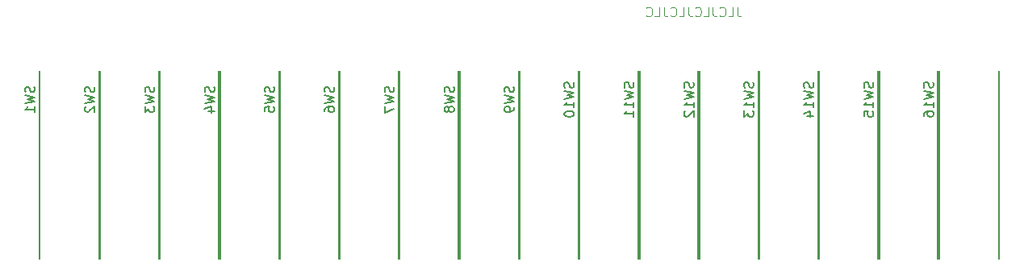
<source format=gbr>
%TF.GenerationSoftware,KiCad,Pcbnew,8.0.5*%
%TF.CreationDate,2024-12-17T00:57:55+08:00*%
%TF.ProjectId,hardware,68617264-7761-4726-952e-6b696361645f,rev?*%
%TF.SameCoordinates,Original*%
%TF.FileFunction,Legend,Bot*%
%TF.FilePolarity,Positive*%
%FSLAX46Y46*%
G04 Gerber Fmt 4.6, Leading zero omitted, Abs format (unit mm)*
G04 Created by KiCad (PCBNEW 8.0.5) date 2024-12-17 00:57:55*
%MOMM*%
%LPD*%
G01*
G04 APERTURE LIST*
%ADD10C,0.100000*%
%ADD11C,0.150000*%
%ADD12C,0.127000*%
G04 APERTURE END LIST*
D10*
X242510401Y-125472419D02*
X242510401Y-126186704D01*
X242510401Y-126186704D02*
X242558020Y-126329561D01*
X242558020Y-126329561D02*
X242653258Y-126424800D01*
X242653258Y-126424800D02*
X242796115Y-126472419D01*
X242796115Y-126472419D02*
X242891353Y-126472419D01*
X241558020Y-126472419D02*
X242034210Y-126472419D01*
X242034210Y-126472419D02*
X242034210Y-125472419D01*
X240653258Y-126377180D02*
X240700877Y-126424800D01*
X240700877Y-126424800D02*
X240843734Y-126472419D01*
X240843734Y-126472419D02*
X240938972Y-126472419D01*
X240938972Y-126472419D02*
X241081829Y-126424800D01*
X241081829Y-126424800D02*
X241177067Y-126329561D01*
X241177067Y-126329561D02*
X241224686Y-126234323D01*
X241224686Y-126234323D02*
X241272305Y-126043847D01*
X241272305Y-126043847D02*
X241272305Y-125900990D01*
X241272305Y-125900990D02*
X241224686Y-125710514D01*
X241224686Y-125710514D02*
X241177067Y-125615276D01*
X241177067Y-125615276D02*
X241081829Y-125520038D01*
X241081829Y-125520038D02*
X240938972Y-125472419D01*
X240938972Y-125472419D02*
X240843734Y-125472419D01*
X240843734Y-125472419D02*
X240700877Y-125520038D01*
X240700877Y-125520038D02*
X240653258Y-125567657D01*
X239938972Y-125472419D02*
X239938972Y-126186704D01*
X239938972Y-126186704D02*
X239986591Y-126329561D01*
X239986591Y-126329561D02*
X240081829Y-126424800D01*
X240081829Y-126424800D02*
X240224686Y-126472419D01*
X240224686Y-126472419D02*
X240319924Y-126472419D01*
X238986591Y-126472419D02*
X239462781Y-126472419D01*
X239462781Y-126472419D02*
X239462781Y-125472419D01*
X238081829Y-126377180D02*
X238129448Y-126424800D01*
X238129448Y-126424800D02*
X238272305Y-126472419D01*
X238272305Y-126472419D02*
X238367543Y-126472419D01*
X238367543Y-126472419D02*
X238510400Y-126424800D01*
X238510400Y-126424800D02*
X238605638Y-126329561D01*
X238605638Y-126329561D02*
X238653257Y-126234323D01*
X238653257Y-126234323D02*
X238700876Y-126043847D01*
X238700876Y-126043847D02*
X238700876Y-125900990D01*
X238700876Y-125900990D02*
X238653257Y-125710514D01*
X238653257Y-125710514D02*
X238605638Y-125615276D01*
X238605638Y-125615276D02*
X238510400Y-125520038D01*
X238510400Y-125520038D02*
X238367543Y-125472419D01*
X238367543Y-125472419D02*
X238272305Y-125472419D01*
X238272305Y-125472419D02*
X238129448Y-125520038D01*
X238129448Y-125520038D02*
X238081829Y-125567657D01*
X237367543Y-125472419D02*
X237367543Y-126186704D01*
X237367543Y-126186704D02*
X237415162Y-126329561D01*
X237415162Y-126329561D02*
X237510400Y-126424800D01*
X237510400Y-126424800D02*
X237653257Y-126472419D01*
X237653257Y-126472419D02*
X237748495Y-126472419D01*
X236415162Y-126472419D02*
X236891352Y-126472419D01*
X236891352Y-126472419D02*
X236891352Y-125472419D01*
X235510400Y-126377180D02*
X235558019Y-126424800D01*
X235558019Y-126424800D02*
X235700876Y-126472419D01*
X235700876Y-126472419D02*
X235796114Y-126472419D01*
X235796114Y-126472419D02*
X235938971Y-126424800D01*
X235938971Y-126424800D02*
X236034209Y-126329561D01*
X236034209Y-126329561D02*
X236081828Y-126234323D01*
X236081828Y-126234323D02*
X236129447Y-126043847D01*
X236129447Y-126043847D02*
X236129447Y-125900990D01*
X236129447Y-125900990D02*
X236081828Y-125710514D01*
X236081828Y-125710514D02*
X236034209Y-125615276D01*
X236034209Y-125615276D02*
X235938971Y-125520038D01*
X235938971Y-125520038D02*
X235796114Y-125472419D01*
X235796114Y-125472419D02*
X235700876Y-125472419D01*
X235700876Y-125472419D02*
X235558019Y-125520038D01*
X235558019Y-125520038D02*
X235510400Y-125567657D01*
X234796114Y-125472419D02*
X234796114Y-126186704D01*
X234796114Y-126186704D02*
X234843733Y-126329561D01*
X234843733Y-126329561D02*
X234938971Y-126424800D01*
X234938971Y-126424800D02*
X235081828Y-126472419D01*
X235081828Y-126472419D02*
X235177066Y-126472419D01*
X233843733Y-126472419D02*
X234319923Y-126472419D01*
X234319923Y-126472419D02*
X234319923Y-125472419D01*
X232938971Y-126377180D02*
X232986590Y-126424800D01*
X232986590Y-126424800D02*
X233129447Y-126472419D01*
X233129447Y-126472419D02*
X233224685Y-126472419D01*
X233224685Y-126472419D02*
X233367542Y-126424800D01*
X233367542Y-126424800D02*
X233462780Y-126329561D01*
X233462780Y-126329561D02*
X233510399Y-126234323D01*
X233510399Y-126234323D02*
X233558018Y-126043847D01*
X233558018Y-126043847D02*
X233558018Y-125900990D01*
X233558018Y-125900990D02*
X233510399Y-125710514D01*
X233510399Y-125710514D02*
X233462780Y-125615276D01*
X233462780Y-125615276D02*
X233367542Y-125520038D01*
X233367542Y-125520038D02*
X233224685Y-125472419D01*
X233224685Y-125472419D02*
X233129447Y-125472419D01*
X233129447Y-125472419D02*
X232986590Y-125520038D01*
X232986590Y-125520038D02*
X232938971Y-125567657D01*
D11*
X256741846Y-133364851D02*
X256789512Y-133507850D01*
X256789512Y-133507850D02*
X256789512Y-133746181D01*
X256789512Y-133746181D02*
X256741846Y-133841514D01*
X256741846Y-133841514D02*
X256694179Y-133889180D01*
X256694179Y-133889180D02*
X256598847Y-133936846D01*
X256598847Y-133936846D02*
X256503514Y-133936846D01*
X256503514Y-133936846D02*
X256408182Y-133889180D01*
X256408182Y-133889180D02*
X256360515Y-133841514D01*
X256360515Y-133841514D02*
X256312849Y-133746181D01*
X256312849Y-133746181D02*
X256265183Y-133555516D01*
X256265183Y-133555516D02*
X256217516Y-133460183D01*
X256217516Y-133460183D02*
X256169850Y-133412517D01*
X256169850Y-133412517D02*
X256074518Y-133364851D01*
X256074518Y-133364851D02*
X255979185Y-133364851D01*
X255979185Y-133364851D02*
X255883852Y-133412517D01*
X255883852Y-133412517D02*
X255836186Y-133460183D01*
X255836186Y-133460183D02*
X255788520Y-133555516D01*
X255788520Y-133555516D02*
X255788520Y-133793847D01*
X255788520Y-133793847D02*
X255836186Y-133936846D01*
X255788520Y-134270510D02*
X256789512Y-134508842D01*
X256789512Y-134508842D02*
X256074518Y-134699507D01*
X256074518Y-134699507D02*
X256789512Y-134890172D01*
X256789512Y-134890172D02*
X255788520Y-135128504D01*
X256789512Y-136034163D02*
X256789512Y-135462168D01*
X256789512Y-135748165D02*
X255788520Y-135748165D01*
X255788520Y-135748165D02*
X255931519Y-135652833D01*
X255931519Y-135652833D02*
X256026851Y-135557500D01*
X256026851Y-135557500D02*
X256074518Y-135462168D01*
X255788520Y-136939823D02*
X255788520Y-136463160D01*
X255788520Y-136463160D02*
X256265183Y-136415494D01*
X256265183Y-136415494D02*
X256217516Y-136463160D01*
X256217516Y-136463160D02*
X256169850Y-136558493D01*
X256169850Y-136558493D02*
X256169850Y-136796824D01*
X256169850Y-136796824D02*
X256217516Y-136892157D01*
X256217516Y-136892157D02*
X256265183Y-136939823D01*
X256265183Y-136939823D02*
X256360515Y-136987489D01*
X256360515Y-136987489D02*
X256598847Y-136987489D01*
X256598847Y-136987489D02*
X256694179Y-136939823D01*
X256694179Y-136939823D02*
X256741846Y-136892157D01*
X256741846Y-136892157D02*
X256789512Y-136796824D01*
X256789512Y-136796824D02*
X256789512Y-136558493D01*
X256789512Y-136558493D02*
X256741846Y-136463160D01*
X256741846Y-136463160D02*
X256694179Y-136415494D01*
X250455180Y-133364851D02*
X250502846Y-133507850D01*
X250502846Y-133507850D02*
X250502846Y-133746181D01*
X250502846Y-133746181D02*
X250455180Y-133841514D01*
X250455180Y-133841514D02*
X250407513Y-133889180D01*
X250407513Y-133889180D02*
X250312181Y-133936846D01*
X250312181Y-133936846D02*
X250216848Y-133936846D01*
X250216848Y-133936846D02*
X250121516Y-133889180D01*
X250121516Y-133889180D02*
X250073849Y-133841514D01*
X250073849Y-133841514D02*
X250026183Y-133746181D01*
X250026183Y-133746181D02*
X249978517Y-133555516D01*
X249978517Y-133555516D02*
X249930850Y-133460183D01*
X249930850Y-133460183D02*
X249883184Y-133412517D01*
X249883184Y-133412517D02*
X249787852Y-133364851D01*
X249787852Y-133364851D02*
X249692519Y-133364851D01*
X249692519Y-133364851D02*
X249597186Y-133412517D01*
X249597186Y-133412517D02*
X249549520Y-133460183D01*
X249549520Y-133460183D02*
X249501854Y-133555516D01*
X249501854Y-133555516D02*
X249501854Y-133793847D01*
X249501854Y-133793847D02*
X249549520Y-133936846D01*
X249501854Y-134270510D02*
X250502846Y-134508842D01*
X250502846Y-134508842D02*
X249787852Y-134699507D01*
X249787852Y-134699507D02*
X250502846Y-134890172D01*
X250502846Y-134890172D02*
X249501854Y-135128504D01*
X250502846Y-136034163D02*
X250502846Y-135462168D01*
X250502846Y-135748165D02*
X249501854Y-135748165D01*
X249501854Y-135748165D02*
X249644853Y-135652833D01*
X249644853Y-135652833D02*
X249740185Y-135557500D01*
X249740185Y-135557500D02*
X249787852Y-135462168D01*
X249835518Y-136892157D02*
X250502846Y-136892157D01*
X249454188Y-136653825D02*
X250169182Y-136415494D01*
X250169182Y-136415494D02*
X250169182Y-137035155D01*
X244168514Y-133364851D02*
X244216180Y-133507850D01*
X244216180Y-133507850D02*
X244216180Y-133746181D01*
X244216180Y-133746181D02*
X244168514Y-133841514D01*
X244168514Y-133841514D02*
X244120847Y-133889180D01*
X244120847Y-133889180D02*
X244025515Y-133936846D01*
X244025515Y-133936846D02*
X243930182Y-133936846D01*
X243930182Y-133936846D02*
X243834850Y-133889180D01*
X243834850Y-133889180D02*
X243787183Y-133841514D01*
X243787183Y-133841514D02*
X243739517Y-133746181D01*
X243739517Y-133746181D02*
X243691851Y-133555516D01*
X243691851Y-133555516D02*
X243644184Y-133460183D01*
X243644184Y-133460183D02*
X243596518Y-133412517D01*
X243596518Y-133412517D02*
X243501186Y-133364851D01*
X243501186Y-133364851D02*
X243405853Y-133364851D01*
X243405853Y-133364851D02*
X243310520Y-133412517D01*
X243310520Y-133412517D02*
X243262854Y-133460183D01*
X243262854Y-133460183D02*
X243215188Y-133555516D01*
X243215188Y-133555516D02*
X243215188Y-133793847D01*
X243215188Y-133793847D02*
X243262854Y-133936846D01*
X243215188Y-134270510D02*
X244216180Y-134508842D01*
X244216180Y-134508842D02*
X243501186Y-134699507D01*
X243501186Y-134699507D02*
X244216180Y-134890172D01*
X244216180Y-134890172D02*
X243215188Y-135128504D01*
X244216180Y-136034163D02*
X244216180Y-135462168D01*
X244216180Y-135748165D02*
X243215188Y-135748165D01*
X243215188Y-135748165D02*
X243358187Y-135652833D01*
X243358187Y-135652833D02*
X243453519Y-135557500D01*
X243453519Y-135557500D02*
X243501186Y-135462168D01*
X243215188Y-136367827D02*
X243215188Y-136987489D01*
X243215188Y-136987489D02*
X243596518Y-136653825D01*
X243596518Y-136653825D02*
X243596518Y-136796824D01*
X243596518Y-136796824D02*
X243644184Y-136892157D01*
X243644184Y-136892157D02*
X243691851Y-136939823D01*
X243691851Y-136939823D02*
X243787183Y-136987489D01*
X243787183Y-136987489D02*
X244025515Y-136987489D01*
X244025515Y-136987489D02*
X244120847Y-136939823D01*
X244120847Y-136939823D02*
X244168514Y-136892157D01*
X244168514Y-136892157D02*
X244216180Y-136796824D01*
X244216180Y-136796824D02*
X244216180Y-136510826D01*
X244216180Y-136510826D02*
X244168514Y-136415494D01*
X244168514Y-136415494D02*
X244120847Y-136367827D01*
X237881848Y-133364851D02*
X237929514Y-133507850D01*
X237929514Y-133507850D02*
X237929514Y-133746181D01*
X237929514Y-133746181D02*
X237881848Y-133841514D01*
X237881848Y-133841514D02*
X237834181Y-133889180D01*
X237834181Y-133889180D02*
X237738849Y-133936846D01*
X237738849Y-133936846D02*
X237643516Y-133936846D01*
X237643516Y-133936846D02*
X237548184Y-133889180D01*
X237548184Y-133889180D02*
X237500517Y-133841514D01*
X237500517Y-133841514D02*
X237452851Y-133746181D01*
X237452851Y-133746181D02*
X237405185Y-133555516D01*
X237405185Y-133555516D02*
X237357518Y-133460183D01*
X237357518Y-133460183D02*
X237309852Y-133412517D01*
X237309852Y-133412517D02*
X237214520Y-133364851D01*
X237214520Y-133364851D02*
X237119187Y-133364851D01*
X237119187Y-133364851D02*
X237023854Y-133412517D01*
X237023854Y-133412517D02*
X236976188Y-133460183D01*
X236976188Y-133460183D02*
X236928522Y-133555516D01*
X236928522Y-133555516D02*
X236928522Y-133793847D01*
X236928522Y-133793847D02*
X236976188Y-133936846D01*
X236928522Y-134270510D02*
X237929514Y-134508842D01*
X237929514Y-134508842D02*
X237214520Y-134699507D01*
X237214520Y-134699507D02*
X237929514Y-134890172D01*
X237929514Y-134890172D02*
X236928522Y-135128504D01*
X237929514Y-136034163D02*
X237929514Y-135462168D01*
X237929514Y-135748165D02*
X236928522Y-135748165D01*
X236928522Y-135748165D02*
X237071521Y-135652833D01*
X237071521Y-135652833D02*
X237166853Y-135557500D01*
X237166853Y-135557500D02*
X237214520Y-135462168D01*
X237023854Y-136415494D02*
X236976188Y-136463160D01*
X236976188Y-136463160D02*
X236928522Y-136558493D01*
X236928522Y-136558493D02*
X236928522Y-136796824D01*
X236928522Y-136796824D02*
X236976188Y-136892157D01*
X236976188Y-136892157D02*
X237023854Y-136939823D01*
X237023854Y-136939823D02*
X237119187Y-136987489D01*
X237119187Y-136987489D02*
X237214520Y-136987489D01*
X237214520Y-136987489D02*
X237357518Y-136939823D01*
X237357518Y-136939823D02*
X237929514Y-136367827D01*
X237929514Y-136367827D02*
X237929514Y-136987489D01*
X231595182Y-133364851D02*
X231642848Y-133507850D01*
X231642848Y-133507850D02*
X231642848Y-133746181D01*
X231642848Y-133746181D02*
X231595182Y-133841514D01*
X231595182Y-133841514D02*
X231547515Y-133889180D01*
X231547515Y-133889180D02*
X231452183Y-133936846D01*
X231452183Y-133936846D02*
X231356850Y-133936846D01*
X231356850Y-133936846D02*
X231261518Y-133889180D01*
X231261518Y-133889180D02*
X231213851Y-133841514D01*
X231213851Y-133841514D02*
X231166185Y-133746181D01*
X231166185Y-133746181D02*
X231118519Y-133555516D01*
X231118519Y-133555516D02*
X231070852Y-133460183D01*
X231070852Y-133460183D02*
X231023186Y-133412517D01*
X231023186Y-133412517D02*
X230927854Y-133364851D01*
X230927854Y-133364851D02*
X230832521Y-133364851D01*
X230832521Y-133364851D02*
X230737188Y-133412517D01*
X230737188Y-133412517D02*
X230689522Y-133460183D01*
X230689522Y-133460183D02*
X230641856Y-133555516D01*
X230641856Y-133555516D02*
X230641856Y-133793847D01*
X230641856Y-133793847D02*
X230689522Y-133936846D01*
X230641856Y-134270510D02*
X231642848Y-134508842D01*
X231642848Y-134508842D02*
X230927854Y-134699507D01*
X230927854Y-134699507D02*
X231642848Y-134890172D01*
X231642848Y-134890172D02*
X230641856Y-135128504D01*
X231642848Y-136034163D02*
X231642848Y-135462168D01*
X231642848Y-135748165D02*
X230641856Y-135748165D01*
X230641856Y-135748165D02*
X230784855Y-135652833D01*
X230784855Y-135652833D02*
X230880187Y-135557500D01*
X230880187Y-135557500D02*
X230927854Y-135462168D01*
X231642848Y-136987489D02*
X231642848Y-136415494D01*
X231642848Y-136701491D02*
X230641856Y-136701491D01*
X230641856Y-136701491D02*
X230784855Y-136606159D01*
X230784855Y-136606159D02*
X230880187Y-136510826D01*
X230880187Y-136510826D02*
X230927854Y-136415494D01*
X225308516Y-133364851D02*
X225356182Y-133507850D01*
X225356182Y-133507850D02*
X225356182Y-133746181D01*
X225356182Y-133746181D02*
X225308516Y-133841514D01*
X225308516Y-133841514D02*
X225260849Y-133889180D01*
X225260849Y-133889180D02*
X225165517Y-133936846D01*
X225165517Y-133936846D02*
X225070184Y-133936846D01*
X225070184Y-133936846D02*
X224974852Y-133889180D01*
X224974852Y-133889180D02*
X224927185Y-133841514D01*
X224927185Y-133841514D02*
X224879519Y-133746181D01*
X224879519Y-133746181D02*
X224831853Y-133555516D01*
X224831853Y-133555516D02*
X224784186Y-133460183D01*
X224784186Y-133460183D02*
X224736520Y-133412517D01*
X224736520Y-133412517D02*
X224641188Y-133364851D01*
X224641188Y-133364851D02*
X224545855Y-133364851D01*
X224545855Y-133364851D02*
X224450522Y-133412517D01*
X224450522Y-133412517D02*
X224402856Y-133460183D01*
X224402856Y-133460183D02*
X224355190Y-133555516D01*
X224355190Y-133555516D02*
X224355190Y-133793847D01*
X224355190Y-133793847D02*
X224402856Y-133936846D01*
X224355190Y-134270510D02*
X225356182Y-134508842D01*
X225356182Y-134508842D02*
X224641188Y-134699507D01*
X224641188Y-134699507D02*
X225356182Y-134890172D01*
X225356182Y-134890172D02*
X224355190Y-135128504D01*
X225356182Y-136034163D02*
X225356182Y-135462168D01*
X225356182Y-135748165D02*
X224355190Y-135748165D01*
X224355190Y-135748165D02*
X224498189Y-135652833D01*
X224498189Y-135652833D02*
X224593521Y-135557500D01*
X224593521Y-135557500D02*
X224641188Y-135462168D01*
X224355190Y-136653825D02*
X224355190Y-136749158D01*
X224355190Y-136749158D02*
X224402856Y-136844490D01*
X224402856Y-136844490D02*
X224450522Y-136892157D01*
X224450522Y-136892157D02*
X224545855Y-136939823D01*
X224545855Y-136939823D02*
X224736520Y-136987489D01*
X224736520Y-136987489D02*
X224974852Y-136987489D01*
X224974852Y-136987489D02*
X225165517Y-136939823D01*
X225165517Y-136939823D02*
X225260849Y-136892157D01*
X225260849Y-136892157D02*
X225308516Y-136844490D01*
X225308516Y-136844490D02*
X225356182Y-136749158D01*
X225356182Y-136749158D02*
X225356182Y-136653825D01*
X225356182Y-136653825D02*
X225308516Y-136558493D01*
X225308516Y-136558493D02*
X225260849Y-136510826D01*
X225260849Y-136510826D02*
X225165517Y-136463160D01*
X225165517Y-136463160D02*
X224974852Y-136415494D01*
X224974852Y-136415494D02*
X224736520Y-136415494D01*
X224736520Y-136415494D02*
X224545855Y-136463160D01*
X224545855Y-136463160D02*
X224450522Y-136510826D01*
X224450522Y-136510826D02*
X224402856Y-136558493D01*
X224402856Y-136558493D02*
X224355190Y-136653825D01*
X219021850Y-133841514D02*
X219069516Y-133984513D01*
X219069516Y-133984513D02*
X219069516Y-134222844D01*
X219069516Y-134222844D02*
X219021850Y-134318177D01*
X219021850Y-134318177D02*
X218974183Y-134365843D01*
X218974183Y-134365843D02*
X218878851Y-134413509D01*
X218878851Y-134413509D02*
X218783518Y-134413509D01*
X218783518Y-134413509D02*
X218688186Y-134365843D01*
X218688186Y-134365843D02*
X218640519Y-134318177D01*
X218640519Y-134318177D02*
X218592853Y-134222844D01*
X218592853Y-134222844D02*
X218545187Y-134032179D01*
X218545187Y-134032179D02*
X218497520Y-133936846D01*
X218497520Y-133936846D02*
X218449854Y-133889180D01*
X218449854Y-133889180D02*
X218354522Y-133841514D01*
X218354522Y-133841514D02*
X218259189Y-133841514D01*
X218259189Y-133841514D02*
X218163856Y-133889180D01*
X218163856Y-133889180D02*
X218116190Y-133936846D01*
X218116190Y-133936846D02*
X218068524Y-134032179D01*
X218068524Y-134032179D02*
X218068524Y-134270510D01*
X218068524Y-134270510D02*
X218116190Y-134413509D01*
X218068524Y-134747173D02*
X219069516Y-134985505D01*
X219069516Y-134985505D02*
X218354522Y-135176170D01*
X218354522Y-135176170D02*
X219069516Y-135366835D01*
X219069516Y-135366835D02*
X218068524Y-135605167D01*
X219069516Y-136034163D02*
X219069516Y-136224828D01*
X219069516Y-136224828D02*
X219021850Y-136320161D01*
X219021850Y-136320161D02*
X218974183Y-136367827D01*
X218974183Y-136367827D02*
X218831184Y-136463160D01*
X218831184Y-136463160D02*
X218640519Y-136510826D01*
X218640519Y-136510826D02*
X218259189Y-136510826D01*
X218259189Y-136510826D02*
X218163856Y-136463160D01*
X218163856Y-136463160D02*
X218116190Y-136415494D01*
X218116190Y-136415494D02*
X218068524Y-136320161D01*
X218068524Y-136320161D02*
X218068524Y-136129496D01*
X218068524Y-136129496D02*
X218116190Y-136034163D01*
X218116190Y-136034163D02*
X218163856Y-135986497D01*
X218163856Y-135986497D02*
X218259189Y-135938831D01*
X218259189Y-135938831D02*
X218497520Y-135938831D01*
X218497520Y-135938831D02*
X218592853Y-135986497D01*
X218592853Y-135986497D02*
X218640519Y-136034163D01*
X218640519Y-136034163D02*
X218688186Y-136129496D01*
X218688186Y-136129496D02*
X218688186Y-136320161D01*
X218688186Y-136320161D02*
X218640519Y-136415494D01*
X218640519Y-136415494D02*
X218592853Y-136463160D01*
X218592853Y-136463160D02*
X218497520Y-136510826D01*
X212735184Y-133841514D02*
X212782850Y-133984513D01*
X212782850Y-133984513D02*
X212782850Y-134222844D01*
X212782850Y-134222844D02*
X212735184Y-134318177D01*
X212735184Y-134318177D02*
X212687517Y-134365843D01*
X212687517Y-134365843D02*
X212592185Y-134413509D01*
X212592185Y-134413509D02*
X212496852Y-134413509D01*
X212496852Y-134413509D02*
X212401520Y-134365843D01*
X212401520Y-134365843D02*
X212353853Y-134318177D01*
X212353853Y-134318177D02*
X212306187Y-134222844D01*
X212306187Y-134222844D02*
X212258521Y-134032179D01*
X212258521Y-134032179D02*
X212210854Y-133936846D01*
X212210854Y-133936846D02*
X212163188Y-133889180D01*
X212163188Y-133889180D02*
X212067856Y-133841514D01*
X212067856Y-133841514D02*
X211972523Y-133841514D01*
X211972523Y-133841514D02*
X211877190Y-133889180D01*
X211877190Y-133889180D02*
X211829524Y-133936846D01*
X211829524Y-133936846D02*
X211781858Y-134032179D01*
X211781858Y-134032179D02*
X211781858Y-134270510D01*
X211781858Y-134270510D02*
X211829524Y-134413509D01*
X211781858Y-134747173D02*
X212782850Y-134985505D01*
X212782850Y-134985505D02*
X212067856Y-135176170D01*
X212067856Y-135176170D02*
X212782850Y-135366835D01*
X212782850Y-135366835D02*
X211781858Y-135605167D01*
X212210854Y-136129496D02*
X212163188Y-136034163D01*
X212163188Y-136034163D02*
X212115522Y-135986497D01*
X212115522Y-135986497D02*
X212020189Y-135938831D01*
X212020189Y-135938831D02*
X211972523Y-135938831D01*
X211972523Y-135938831D02*
X211877190Y-135986497D01*
X211877190Y-135986497D02*
X211829524Y-136034163D01*
X211829524Y-136034163D02*
X211781858Y-136129496D01*
X211781858Y-136129496D02*
X211781858Y-136320161D01*
X211781858Y-136320161D02*
X211829524Y-136415494D01*
X211829524Y-136415494D02*
X211877190Y-136463160D01*
X211877190Y-136463160D02*
X211972523Y-136510826D01*
X211972523Y-136510826D02*
X212020189Y-136510826D01*
X212020189Y-136510826D02*
X212115522Y-136463160D01*
X212115522Y-136463160D02*
X212163188Y-136415494D01*
X212163188Y-136415494D02*
X212210854Y-136320161D01*
X212210854Y-136320161D02*
X212210854Y-136129496D01*
X212210854Y-136129496D02*
X212258521Y-136034163D01*
X212258521Y-136034163D02*
X212306187Y-135986497D01*
X212306187Y-135986497D02*
X212401520Y-135938831D01*
X212401520Y-135938831D02*
X212592185Y-135938831D01*
X212592185Y-135938831D02*
X212687517Y-135986497D01*
X212687517Y-135986497D02*
X212735184Y-136034163D01*
X212735184Y-136034163D02*
X212782850Y-136129496D01*
X212782850Y-136129496D02*
X212782850Y-136320161D01*
X212782850Y-136320161D02*
X212735184Y-136415494D01*
X212735184Y-136415494D02*
X212687517Y-136463160D01*
X212687517Y-136463160D02*
X212592185Y-136510826D01*
X212592185Y-136510826D02*
X212401520Y-136510826D01*
X212401520Y-136510826D02*
X212306187Y-136463160D01*
X212306187Y-136463160D02*
X212258521Y-136415494D01*
X212258521Y-136415494D02*
X212210854Y-136320161D01*
X206448518Y-133841514D02*
X206496184Y-133984513D01*
X206496184Y-133984513D02*
X206496184Y-134222844D01*
X206496184Y-134222844D02*
X206448518Y-134318177D01*
X206448518Y-134318177D02*
X206400851Y-134365843D01*
X206400851Y-134365843D02*
X206305519Y-134413509D01*
X206305519Y-134413509D02*
X206210186Y-134413509D01*
X206210186Y-134413509D02*
X206114854Y-134365843D01*
X206114854Y-134365843D02*
X206067187Y-134318177D01*
X206067187Y-134318177D02*
X206019521Y-134222844D01*
X206019521Y-134222844D02*
X205971855Y-134032179D01*
X205971855Y-134032179D02*
X205924188Y-133936846D01*
X205924188Y-133936846D02*
X205876522Y-133889180D01*
X205876522Y-133889180D02*
X205781190Y-133841514D01*
X205781190Y-133841514D02*
X205685857Y-133841514D01*
X205685857Y-133841514D02*
X205590524Y-133889180D01*
X205590524Y-133889180D02*
X205542858Y-133936846D01*
X205542858Y-133936846D02*
X205495192Y-134032179D01*
X205495192Y-134032179D02*
X205495192Y-134270510D01*
X205495192Y-134270510D02*
X205542858Y-134413509D01*
X205495192Y-134747173D02*
X206496184Y-134985505D01*
X206496184Y-134985505D02*
X205781190Y-135176170D01*
X205781190Y-135176170D02*
X206496184Y-135366835D01*
X206496184Y-135366835D02*
X205495192Y-135605167D01*
X205495192Y-135891164D02*
X205495192Y-136558492D01*
X205495192Y-136558492D02*
X206496184Y-136129496D01*
X200161852Y-133841514D02*
X200209518Y-133984513D01*
X200209518Y-133984513D02*
X200209518Y-134222844D01*
X200209518Y-134222844D02*
X200161852Y-134318177D01*
X200161852Y-134318177D02*
X200114185Y-134365843D01*
X200114185Y-134365843D02*
X200018853Y-134413509D01*
X200018853Y-134413509D02*
X199923520Y-134413509D01*
X199923520Y-134413509D02*
X199828188Y-134365843D01*
X199828188Y-134365843D02*
X199780521Y-134318177D01*
X199780521Y-134318177D02*
X199732855Y-134222844D01*
X199732855Y-134222844D02*
X199685189Y-134032179D01*
X199685189Y-134032179D02*
X199637522Y-133936846D01*
X199637522Y-133936846D02*
X199589856Y-133889180D01*
X199589856Y-133889180D02*
X199494524Y-133841514D01*
X199494524Y-133841514D02*
X199399191Y-133841514D01*
X199399191Y-133841514D02*
X199303858Y-133889180D01*
X199303858Y-133889180D02*
X199256192Y-133936846D01*
X199256192Y-133936846D02*
X199208526Y-134032179D01*
X199208526Y-134032179D02*
X199208526Y-134270510D01*
X199208526Y-134270510D02*
X199256192Y-134413509D01*
X199208526Y-134747173D02*
X200209518Y-134985505D01*
X200209518Y-134985505D02*
X199494524Y-135176170D01*
X199494524Y-135176170D02*
X200209518Y-135366835D01*
X200209518Y-135366835D02*
X199208526Y-135605167D01*
X199208526Y-136415494D02*
X199208526Y-136224828D01*
X199208526Y-136224828D02*
X199256192Y-136129496D01*
X199256192Y-136129496D02*
X199303858Y-136081830D01*
X199303858Y-136081830D02*
X199446857Y-135986497D01*
X199446857Y-135986497D02*
X199637522Y-135938831D01*
X199637522Y-135938831D02*
X200018853Y-135938831D01*
X200018853Y-135938831D02*
X200114185Y-135986497D01*
X200114185Y-135986497D02*
X200161852Y-136034163D01*
X200161852Y-136034163D02*
X200209518Y-136129496D01*
X200209518Y-136129496D02*
X200209518Y-136320161D01*
X200209518Y-136320161D02*
X200161852Y-136415494D01*
X200161852Y-136415494D02*
X200114185Y-136463160D01*
X200114185Y-136463160D02*
X200018853Y-136510826D01*
X200018853Y-136510826D02*
X199780521Y-136510826D01*
X199780521Y-136510826D02*
X199685189Y-136463160D01*
X199685189Y-136463160D02*
X199637522Y-136415494D01*
X199637522Y-136415494D02*
X199589856Y-136320161D01*
X199589856Y-136320161D02*
X199589856Y-136129496D01*
X199589856Y-136129496D02*
X199637522Y-136034163D01*
X199637522Y-136034163D02*
X199685189Y-135986497D01*
X199685189Y-135986497D02*
X199780521Y-135938831D01*
X193875186Y-133841514D02*
X193922852Y-133984513D01*
X193922852Y-133984513D02*
X193922852Y-134222844D01*
X193922852Y-134222844D02*
X193875186Y-134318177D01*
X193875186Y-134318177D02*
X193827519Y-134365843D01*
X193827519Y-134365843D02*
X193732187Y-134413509D01*
X193732187Y-134413509D02*
X193636854Y-134413509D01*
X193636854Y-134413509D02*
X193541522Y-134365843D01*
X193541522Y-134365843D02*
X193493855Y-134318177D01*
X193493855Y-134318177D02*
X193446189Y-134222844D01*
X193446189Y-134222844D02*
X193398523Y-134032179D01*
X193398523Y-134032179D02*
X193350856Y-133936846D01*
X193350856Y-133936846D02*
X193303190Y-133889180D01*
X193303190Y-133889180D02*
X193207858Y-133841514D01*
X193207858Y-133841514D02*
X193112525Y-133841514D01*
X193112525Y-133841514D02*
X193017192Y-133889180D01*
X193017192Y-133889180D02*
X192969526Y-133936846D01*
X192969526Y-133936846D02*
X192921860Y-134032179D01*
X192921860Y-134032179D02*
X192921860Y-134270510D01*
X192921860Y-134270510D02*
X192969526Y-134413509D01*
X192921860Y-134747173D02*
X193922852Y-134985505D01*
X193922852Y-134985505D02*
X193207858Y-135176170D01*
X193207858Y-135176170D02*
X193922852Y-135366835D01*
X193922852Y-135366835D02*
X192921860Y-135605167D01*
X192921860Y-136463160D02*
X192921860Y-135986497D01*
X192921860Y-135986497D02*
X193398523Y-135938831D01*
X193398523Y-135938831D02*
X193350856Y-135986497D01*
X193350856Y-135986497D02*
X193303190Y-136081830D01*
X193303190Y-136081830D02*
X193303190Y-136320161D01*
X193303190Y-136320161D02*
X193350856Y-136415494D01*
X193350856Y-136415494D02*
X193398523Y-136463160D01*
X193398523Y-136463160D02*
X193493855Y-136510826D01*
X193493855Y-136510826D02*
X193732187Y-136510826D01*
X193732187Y-136510826D02*
X193827519Y-136463160D01*
X193827519Y-136463160D02*
X193875186Y-136415494D01*
X193875186Y-136415494D02*
X193922852Y-136320161D01*
X193922852Y-136320161D02*
X193922852Y-136081830D01*
X193922852Y-136081830D02*
X193875186Y-135986497D01*
X193875186Y-135986497D02*
X193827519Y-135938831D01*
X187588520Y-133841514D02*
X187636186Y-133984513D01*
X187636186Y-133984513D02*
X187636186Y-134222844D01*
X187636186Y-134222844D02*
X187588520Y-134318177D01*
X187588520Y-134318177D02*
X187540853Y-134365843D01*
X187540853Y-134365843D02*
X187445521Y-134413509D01*
X187445521Y-134413509D02*
X187350188Y-134413509D01*
X187350188Y-134413509D02*
X187254856Y-134365843D01*
X187254856Y-134365843D02*
X187207189Y-134318177D01*
X187207189Y-134318177D02*
X187159523Y-134222844D01*
X187159523Y-134222844D02*
X187111857Y-134032179D01*
X187111857Y-134032179D02*
X187064190Y-133936846D01*
X187064190Y-133936846D02*
X187016524Y-133889180D01*
X187016524Y-133889180D02*
X186921192Y-133841514D01*
X186921192Y-133841514D02*
X186825859Y-133841514D01*
X186825859Y-133841514D02*
X186730526Y-133889180D01*
X186730526Y-133889180D02*
X186682860Y-133936846D01*
X186682860Y-133936846D02*
X186635194Y-134032179D01*
X186635194Y-134032179D02*
X186635194Y-134270510D01*
X186635194Y-134270510D02*
X186682860Y-134413509D01*
X186635194Y-134747173D02*
X187636186Y-134985505D01*
X187636186Y-134985505D02*
X186921192Y-135176170D01*
X186921192Y-135176170D02*
X187636186Y-135366835D01*
X187636186Y-135366835D02*
X186635194Y-135605167D01*
X186968858Y-136415494D02*
X187636186Y-136415494D01*
X186587528Y-136177162D02*
X187302522Y-135938831D01*
X187302522Y-135938831D02*
X187302522Y-136558492D01*
X181301854Y-133841514D02*
X181349520Y-133984513D01*
X181349520Y-133984513D02*
X181349520Y-134222844D01*
X181349520Y-134222844D02*
X181301854Y-134318177D01*
X181301854Y-134318177D02*
X181254187Y-134365843D01*
X181254187Y-134365843D02*
X181158855Y-134413509D01*
X181158855Y-134413509D02*
X181063522Y-134413509D01*
X181063522Y-134413509D02*
X180968190Y-134365843D01*
X180968190Y-134365843D02*
X180920523Y-134318177D01*
X180920523Y-134318177D02*
X180872857Y-134222844D01*
X180872857Y-134222844D02*
X180825191Y-134032179D01*
X180825191Y-134032179D02*
X180777524Y-133936846D01*
X180777524Y-133936846D02*
X180729858Y-133889180D01*
X180729858Y-133889180D02*
X180634526Y-133841514D01*
X180634526Y-133841514D02*
X180539193Y-133841514D01*
X180539193Y-133841514D02*
X180443860Y-133889180D01*
X180443860Y-133889180D02*
X180396194Y-133936846D01*
X180396194Y-133936846D02*
X180348528Y-134032179D01*
X180348528Y-134032179D02*
X180348528Y-134270510D01*
X180348528Y-134270510D02*
X180396194Y-134413509D01*
X180348528Y-134747173D02*
X181349520Y-134985505D01*
X181349520Y-134985505D02*
X180634526Y-135176170D01*
X180634526Y-135176170D02*
X181349520Y-135366835D01*
X181349520Y-135366835D02*
X180348528Y-135605167D01*
X180348528Y-135891164D02*
X180348528Y-136510826D01*
X180348528Y-136510826D02*
X180729858Y-136177162D01*
X180729858Y-136177162D02*
X180729858Y-136320161D01*
X180729858Y-136320161D02*
X180777524Y-136415494D01*
X180777524Y-136415494D02*
X180825191Y-136463160D01*
X180825191Y-136463160D02*
X180920523Y-136510826D01*
X180920523Y-136510826D02*
X181158855Y-136510826D01*
X181158855Y-136510826D02*
X181254187Y-136463160D01*
X181254187Y-136463160D02*
X181301854Y-136415494D01*
X181301854Y-136415494D02*
X181349520Y-136320161D01*
X181349520Y-136320161D02*
X181349520Y-136034163D01*
X181349520Y-136034163D02*
X181301854Y-135938831D01*
X181301854Y-135938831D02*
X181254187Y-135891164D01*
X175015188Y-133841514D02*
X175062854Y-133984513D01*
X175062854Y-133984513D02*
X175062854Y-134222844D01*
X175062854Y-134222844D02*
X175015188Y-134318177D01*
X175015188Y-134318177D02*
X174967521Y-134365843D01*
X174967521Y-134365843D02*
X174872189Y-134413509D01*
X174872189Y-134413509D02*
X174776856Y-134413509D01*
X174776856Y-134413509D02*
X174681524Y-134365843D01*
X174681524Y-134365843D02*
X174633857Y-134318177D01*
X174633857Y-134318177D02*
X174586191Y-134222844D01*
X174586191Y-134222844D02*
X174538525Y-134032179D01*
X174538525Y-134032179D02*
X174490858Y-133936846D01*
X174490858Y-133936846D02*
X174443192Y-133889180D01*
X174443192Y-133889180D02*
X174347860Y-133841514D01*
X174347860Y-133841514D02*
X174252527Y-133841514D01*
X174252527Y-133841514D02*
X174157194Y-133889180D01*
X174157194Y-133889180D02*
X174109528Y-133936846D01*
X174109528Y-133936846D02*
X174061862Y-134032179D01*
X174061862Y-134032179D02*
X174061862Y-134270510D01*
X174061862Y-134270510D02*
X174109528Y-134413509D01*
X174061862Y-134747173D02*
X175062854Y-134985505D01*
X175062854Y-134985505D02*
X174347860Y-135176170D01*
X174347860Y-135176170D02*
X175062854Y-135366835D01*
X175062854Y-135366835D02*
X174061862Y-135605167D01*
X174157194Y-135938831D02*
X174109528Y-135986497D01*
X174109528Y-135986497D02*
X174061862Y-136081830D01*
X174061862Y-136081830D02*
X174061862Y-136320161D01*
X174061862Y-136320161D02*
X174109528Y-136415494D01*
X174109528Y-136415494D02*
X174157194Y-136463160D01*
X174157194Y-136463160D02*
X174252527Y-136510826D01*
X174252527Y-136510826D02*
X174347860Y-136510826D01*
X174347860Y-136510826D02*
X174490858Y-136463160D01*
X174490858Y-136463160D02*
X175062854Y-135891164D01*
X175062854Y-135891164D02*
X175062854Y-136510826D01*
X168728522Y-133841514D02*
X168776188Y-133984513D01*
X168776188Y-133984513D02*
X168776188Y-134222844D01*
X168776188Y-134222844D02*
X168728522Y-134318177D01*
X168728522Y-134318177D02*
X168680855Y-134365843D01*
X168680855Y-134365843D02*
X168585523Y-134413509D01*
X168585523Y-134413509D02*
X168490190Y-134413509D01*
X168490190Y-134413509D02*
X168394858Y-134365843D01*
X168394858Y-134365843D02*
X168347191Y-134318177D01*
X168347191Y-134318177D02*
X168299525Y-134222844D01*
X168299525Y-134222844D02*
X168251859Y-134032179D01*
X168251859Y-134032179D02*
X168204192Y-133936846D01*
X168204192Y-133936846D02*
X168156526Y-133889180D01*
X168156526Y-133889180D02*
X168061194Y-133841514D01*
X168061194Y-133841514D02*
X167965861Y-133841514D01*
X167965861Y-133841514D02*
X167870528Y-133889180D01*
X167870528Y-133889180D02*
X167822862Y-133936846D01*
X167822862Y-133936846D02*
X167775196Y-134032179D01*
X167775196Y-134032179D02*
X167775196Y-134270510D01*
X167775196Y-134270510D02*
X167822862Y-134413509D01*
X167775196Y-134747173D02*
X168776188Y-134985505D01*
X168776188Y-134985505D02*
X168061194Y-135176170D01*
X168061194Y-135176170D02*
X168776188Y-135366835D01*
X168776188Y-135366835D02*
X167775196Y-135605167D01*
X168776188Y-136510826D02*
X168776188Y-135938831D01*
X168776188Y-136224828D02*
X167775196Y-136224828D01*
X167775196Y-136224828D02*
X167918195Y-136129496D01*
X167918195Y-136129496D02*
X168013527Y-136034163D01*
X168013527Y-136034163D02*
X168061194Y-135938831D01*
X263028512Y-133364851D02*
X263076178Y-133507850D01*
X263076178Y-133507850D02*
X263076178Y-133746181D01*
X263076178Y-133746181D02*
X263028512Y-133841514D01*
X263028512Y-133841514D02*
X262980845Y-133889180D01*
X262980845Y-133889180D02*
X262885513Y-133936846D01*
X262885513Y-133936846D02*
X262790180Y-133936846D01*
X262790180Y-133936846D02*
X262694848Y-133889180D01*
X262694848Y-133889180D02*
X262647181Y-133841514D01*
X262647181Y-133841514D02*
X262599515Y-133746181D01*
X262599515Y-133746181D02*
X262551849Y-133555516D01*
X262551849Y-133555516D02*
X262504182Y-133460183D01*
X262504182Y-133460183D02*
X262456516Y-133412517D01*
X262456516Y-133412517D02*
X262361184Y-133364851D01*
X262361184Y-133364851D02*
X262265851Y-133364851D01*
X262265851Y-133364851D02*
X262170518Y-133412517D01*
X262170518Y-133412517D02*
X262122852Y-133460183D01*
X262122852Y-133460183D02*
X262075186Y-133555516D01*
X262075186Y-133555516D02*
X262075186Y-133793847D01*
X262075186Y-133793847D02*
X262122852Y-133936846D01*
X262075186Y-134270510D02*
X263076178Y-134508842D01*
X263076178Y-134508842D02*
X262361184Y-134699507D01*
X262361184Y-134699507D02*
X263076178Y-134890172D01*
X263076178Y-134890172D02*
X262075186Y-135128504D01*
X263076178Y-136034163D02*
X263076178Y-135462168D01*
X263076178Y-135748165D02*
X262075186Y-135748165D01*
X262075186Y-135748165D02*
X262218185Y-135652833D01*
X262218185Y-135652833D02*
X262313517Y-135557500D01*
X262313517Y-135557500D02*
X262361184Y-135462168D01*
X262075186Y-136892157D02*
X262075186Y-136701491D01*
X262075186Y-136701491D02*
X262122852Y-136606159D01*
X262122852Y-136606159D02*
X262170518Y-136558493D01*
X262170518Y-136558493D02*
X262313517Y-136463160D01*
X262313517Y-136463160D02*
X262504182Y-136415494D01*
X262504182Y-136415494D02*
X262885513Y-136415494D01*
X262885513Y-136415494D02*
X262980845Y-136463160D01*
X262980845Y-136463160D02*
X263028512Y-136510826D01*
X263028512Y-136510826D02*
X263076178Y-136606159D01*
X263076178Y-136606159D02*
X263076178Y-136796824D01*
X263076178Y-136796824D02*
X263028512Y-136892157D01*
X263028512Y-136892157D02*
X262980845Y-136939823D01*
X262980845Y-136939823D02*
X262885513Y-136987489D01*
X262885513Y-136987489D02*
X262647181Y-136987489D01*
X262647181Y-136987489D02*
X262551849Y-136939823D01*
X262551849Y-136939823D02*
X262504182Y-136892157D01*
X262504182Y-136892157D02*
X262456516Y-136796824D01*
X262456516Y-136796824D02*
X262456516Y-136606159D01*
X262456516Y-136606159D02*
X262504182Y-136510826D01*
X262504182Y-136510826D02*
X262551849Y-136463160D01*
X262551849Y-136463160D02*
X262647181Y-136415494D01*
D12*
%TO.C,SW15*%
X257273334Y-151950000D02*
X257273334Y-132150000D01*
X263673334Y-132150000D02*
X263673334Y-151950000D01*
%TO.C,SW14*%
X250986668Y-151950000D02*
X250986668Y-132150000D01*
X257386668Y-132150000D02*
X257386668Y-151950000D01*
%TO.C,SW13*%
X244700002Y-151950000D02*
X244700002Y-132150000D01*
X251100002Y-132150000D02*
X251100002Y-151950000D01*
%TO.C,SW12*%
X238413336Y-151950000D02*
X238413336Y-132150000D01*
X244813336Y-132150000D02*
X244813336Y-151950000D01*
%TO.C,SW11*%
X232126670Y-151950000D02*
X232126670Y-132150000D01*
X238526670Y-132150000D02*
X238526670Y-151950000D01*
%TO.C,SW10*%
X225840004Y-151950000D02*
X225840004Y-132150000D01*
X232240004Y-132150000D02*
X232240004Y-151950000D01*
%TO.C,SW9*%
X219553338Y-151950000D02*
X219553338Y-132150000D01*
X225953338Y-132150000D02*
X225953338Y-151950000D01*
%TO.C,SW8*%
X213266672Y-151950000D02*
X213266672Y-132150000D01*
X219666672Y-132150000D02*
X219666672Y-151950000D01*
%TO.C,SW7*%
X206980006Y-151950000D02*
X206980006Y-132150000D01*
X213380006Y-132150000D02*
X213380006Y-151950000D01*
%TO.C,SW6*%
X200693340Y-151950000D02*
X200693340Y-132150000D01*
X207093340Y-132150000D02*
X207093340Y-151950000D01*
%TO.C,SW5*%
X194406674Y-151950000D02*
X194406674Y-132150000D01*
X200806674Y-132150000D02*
X200806674Y-151950000D01*
%TO.C,SW4*%
X188120008Y-151950000D02*
X188120008Y-132150000D01*
X194520008Y-132150000D02*
X194520008Y-151950000D01*
%TO.C,SW3*%
X181833342Y-151950000D02*
X181833342Y-132150000D01*
X188233342Y-132150000D02*
X188233342Y-151950000D01*
%TO.C,SW2*%
X175546676Y-151950000D02*
X175546676Y-132150000D01*
X181946676Y-132150000D02*
X181946676Y-151950000D01*
%TO.C,SW1*%
X169260010Y-151950000D02*
X169260010Y-132150000D01*
X175660010Y-132150000D02*
X175660010Y-151950000D01*
%TO.C,SW16*%
X263560000Y-151950000D02*
X263560000Y-132150000D01*
X269960000Y-132150000D02*
X269960000Y-151950000D01*
%TD*%
M02*

</source>
